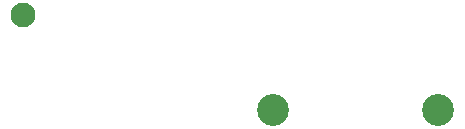
<source format=gbr>
%TF.GenerationSoftware,KiCad,Pcbnew,(6.0.7)*%
%TF.CreationDate,2022-09-29T17:13:44+13:00*%
%TF.ProjectId,encoder,656e636f-6465-4722-9e6b-696361645f70,rev?*%
%TF.SameCoordinates,Original*%
%TF.FileFunction,Soldermask,Bot*%
%TF.FilePolarity,Negative*%
%FSLAX46Y46*%
G04 Gerber Fmt 4.6, Leading zero omitted, Abs format (unit mm)*
G04 Created by KiCad (PCBNEW (6.0.7)) date 2022-09-29 17:13:44*
%MOMM*%
%LPD*%
G01*
G04 APERTURE LIST*
%ADD10C,2.700000*%
%ADD11C,2.100000*%
G04 APERTURE END LIST*
D10*
%TO.C,H1*%
X-7000000Y0D03*
%TD*%
%TO.C,H2*%
X7000000Y0D03*
%TD*%
D11*
%TO.C,H3*%
X-28100000Y8000000D03*
%TD*%
M02*

</source>
